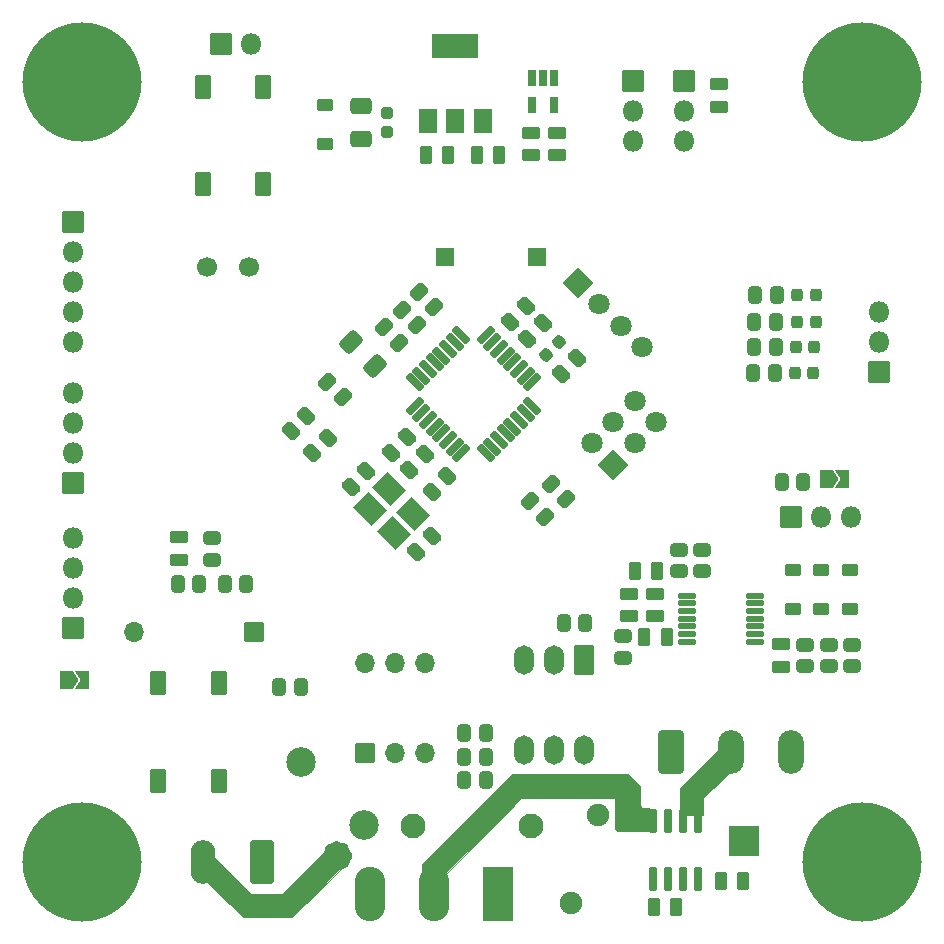
<source format=gbr>
G04 #@! TF.GenerationSoftware,KiCad,Pcbnew,5.99.0-unknown-fecb53b64f~142~ubuntu21.04.1*
G04 #@! TF.CreationDate,2021-10-23T16:59:13+04:00*
G04 #@! TF.ProjectId,BEEIRON v0.03,42454549-524f-44e2-9076-302e30332e6b,rev?*
G04 #@! TF.SameCoordinates,Original*
G04 #@! TF.FileFunction,Soldermask,Top*
G04 #@! TF.FilePolarity,Negative*
%FSLAX46Y46*%
G04 Gerber Fmt 4.6, Leading zero omitted, Abs format (unit mm)*
G04 Created by KiCad (PCBNEW 5.99.0-unknown-fecb53b64f~142~ubuntu21.04.1) date 2021-10-23 16:59:13*
%MOMM*%
%LPD*%
G01*
G04 APERTURE LIST*
G04 Aperture macros list*
%AMRoundRect*
0 Rectangle with rounded corners*
0 $1 Rounding radius*
0 $2 $3 $4 $5 $6 $7 $8 $9 X,Y pos of 4 corners*
0 Add a 4 corners polygon primitive as box body*
4,1,4,$2,$3,$4,$5,$6,$7,$8,$9,$2,$3,0*
0 Add four circle primitives for the rounded corners*
1,1,$1+$1,$2,$3*
1,1,$1+$1,$4,$5*
1,1,$1+$1,$6,$7*
1,1,$1+$1,$8,$9*
0 Add four rect primitives between the rounded corners*
20,1,$1+$1,$2,$3,$4,$5,0*
20,1,$1+$1,$4,$5,$6,$7,0*
20,1,$1+$1,$6,$7,$8,$9,0*
20,1,$1+$1,$8,$9,$2,$3,0*%
%AMHorizOval*
0 Thick line with rounded ends*
0 $1 width*
0 $2 $3 position (X,Y) of the first rounded end (center of the circle)*
0 $4 $5 position (X,Y) of the second rounded end (center of the circle)*
0 Add line between two ends*
20,1,$1,$2,$3,$4,$5,0*
0 Add two circle primitives to create the rounded ends*
1,1,$1,$2,$3*
1,1,$1,$4,$5*%
%AMFreePoly0*
4,1,16,0.535355,0.785355,0.541603,0.777735,1.041603,0.027735,1.049029,-0.009806,1.041603,-0.027735,0.541603,-0.777735,0.509806,-0.799029,0.500000,-0.800000,-0.500000,-0.800000,-0.535355,-0.785355,-0.550000,-0.750000,-0.550000,0.750000,-0.535355,0.785355,-0.500000,0.800000,0.500000,0.800000,0.535355,0.785355,0.535355,0.785355,$1*%
%AMFreePoly1*
4,1,16,0.535355,0.785355,0.550000,0.750000,0.550000,-0.750000,0.535355,-0.785355,0.500000,-0.800000,-0.650000,-0.800000,-0.685355,-0.785355,-0.700000,-0.750000,-0.691603,-0.722265,-0.210093,0.000000,-0.691603,0.722265,-0.699029,0.759806,-0.677735,0.791603,-0.650000,0.800000,0.500000,0.800000,0.535355,0.785355,0.535355,0.785355,$1*%
G04 Aperture macros list end*
%ADD10C,0.100000*%
%ADD11C,1.250000*%
%ADD12RoundRect,0.300000X-0.262500X-0.450000X0.262500X-0.450000X0.262500X0.450000X-0.262500X0.450000X0*%
%ADD13RoundRect,0.050000X0.750000X-1.000000X0.750000X1.000000X-0.750000X1.000000X-0.750000X-1.000000X0*%
%ADD14RoundRect,0.050000X1.900000X-1.000000X1.900000X1.000000X-1.900000X1.000000X-1.900000X-1.000000X0*%
%ADD15C,1.700000*%
%ADD16RoundRect,0.300000X0.250000X0.475000X-0.250000X0.475000X-0.250000X-0.475000X0.250000X-0.475000X0*%
%ADD17C,2.100000*%
%ADD18RoundRect,0.050000X0.850000X0.850000X-0.850000X0.850000X-0.850000X-0.850000X0.850000X-0.850000X0*%
%ADD19O,1.800000X1.800000*%
%ADD20RoundRect,0.300000X-0.450000X0.262500X-0.450000X-0.262500X0.450000X-0.262500X0.450000X0.262500X0*%
%ADD21RoundRect,0.300000X-0.475000X0.250000X-0.475000X-0.250000X0.475000X-0.250000X0.475000X0.250000X0*%
%ADD22RoundRect,0.200000X-0.150000X0.512500X-0.150000X-0.512500X0.150000X-0.512500X0.150000X0.512500X0*%
%ADD23RoundRect,0.050000X-0.600000X0.450000X-0.600000X-0.450000X0.600000X-0.450000X0.600000X0.450000X0*%
%ADD24RoundRect,0.050000X0.850000X-0.850000X0.850000X0.850000X-0.850000X0.850000X-0.850000X-0.850000X0*%
%ADD25RoundRect,0.300000X0.262500X0.450000X-0.262500X0.450000X-0.262500X-0.450000X0.262500X-0.450000X0*%
%ADD26RoundRect,0.050000X-0.850000X-0.850000X0.850000X-0.850000X0.850000X0.850000X-0.850000X0.850000X0*%
%ADD27RoundRect,0.050000X-0.750000X-0.750000X0.750000X-0.750000X0.750000X0.750000X-0.750000X0.750000X0*%
%ADD28C,1.000000*%
%ADD29C,10.100000*%
%ADD30C,2.500000*%
%ADD31HorizOval,2.500000X0.000000X0.000000X0.000000X0.000000X0*%
%ADD32RoundRect,0.050000X0.800000X-0.800000X0.800000X0.800000X-0.800000X0.800000X-0.800000X-0.800000X0*%
%ADD33O,1.700000X1.700000*%
%ADD34RoundRect,0.299999X-0.790001X-1.550001X0.790001X-1.550001X0.790001X1.550001X-0.790001X1.550001X0*%
%ADD35O,2.180000X3.700000*%
%ADD36RoundRect,0.050000X-1.250000X-1.250000X1.250000X-1.250000X1.250000X1.250000X-1.250000X1.250000X0*%
%ADD37RoundRect,0.300000X-0.503814X-0.132583X-0.132583X-0.503814X0.503814X0.132583X0.132583X0.503814X0*%
%ADD38RoundRect,0.050000X1.202082X0.000000X0.000000X1.202082X-1.202082X0.000000X0.000000X-1.202082X0*%
%ADD39HorizOval,1.800000X0.000000X0.000000X0.000000X0.000000X0*%
%ADD40RoundRect,0.300000X-0.159099X0.512652X-0.512652X0.159099X0.159099X-0.512652X0.512652X-0.159099X0*%
%ADD41RoundRect,0.268750X0.218750X0.256250X-0.218750X0.256250X-0.218750X-0.256250X0.218750X-0.256250X0*%
%ADD42RoundRect,0.300000X0.475000X-0.250000X0.475000X0.250000X-0.475000X0.250000X-0.475000X-0.250000X0*%
%ADD43RoundRect,0.300000X-0.625000X0.375000X-0.625000X-0.375000X0.625000X-0.375000X0.625000X0.375000X0*%
%ADD44FreePoly0,0.000000*%
%ADD45FreePoly1,0.000000*%
%ADD46RoundRect,0.050000X-0.371231X-0.760140X0.760140X0.371231X0.371231X0.760140X-0.760140X-0.371231X0*%
%ADD47RoundRect,0.050000X0.760140X-0.371231X-0.371231X0.760140X-0.760140X0.371231X0.371231X-0.760140X0*%
%ADD48RoundRect,0.268750X-0.256250X0.218750X-0.256250X-0.218750X0.256250X-0.218750X0.256250X0.218750X0*%
%ADD49RoundRect,0.300000X-0.250000X-0.475000X0.250000X-0.475000X0.250000X0.475000X-0.250000X0.475000X0*%
%ADD50RoundRect,0.300000X0.503814X0.132583X0.132583X0.503814X-0.503814X-0.132583X-0.132583X-0.503814X0*%
%ADD51RoundRect,0.050000X-0.800000X1.200000X-0.800000X-1.200000X0.800000X-1.200000X0.800000X1.200000X0*%
%ADD52O,1.700000X2.500000*%
%ADD53RoundRect,0.300000X0.159099X-0.512652X0.512652X-0.159099X-0.159099X0.512652X-0.512652X0.159099X0*%
%ADD54RoundRect,0.050000X1.250000X2.250000X-1.250000X2.250000X-1.250000X-2.250000X1.250000X-2.250000X0*%
%ADD55O,2.600000X4.600000*%
%ADD56RoundRect,0.050000X0.600000X0.950000X-0.600000X0.950000X-0.600000X-0.950000X0.600000X-0.950000X0*%
%ADD57RoundRect,0.300000X0.132583X-0.503814X0.503814X-0.132583X-0.132583X0.503814X-0.503814X0.132583X0*%
%ADD58RoundRect,0.050000X-1.378858X0.106066X0.106066X-1.378858X1.378858X-0.106066X-0.106066X1.378858X0*%
%ADD59RoundRect,0.268750X-0.026517X0.335876X-0.335876X0.026517X0.026517X-0.335876X0.335876X-0.026517X0*%
%ADD60RoundRect,0.300000X-0.707107X-0.176777X-0.176777X-0.707107X0.707107X0.176777X0.176777X0.707107X0*%
%ADD61RoundRect,0.200000X-0.150000X0.825000X-0.150000X-0.825000X0.150000X-0.825000X0.150000X0.825000X0*%
%ADD62RoundRect,0.300000X0.750000X1.550000X-0.750000X1.550000X-0.750000X-1.550000X0.750000X-1.550000X0*%
%ADD63O,2.100000X3.700000*%
%ADD64RoundRect,0.050000X0.800000X0.800000X-0.800000X0.800000X-0.800000X-0.800000X0.800000X-0.800000X0*%
%ADD65RoundRect,0.050000X-0.600000X-0.950000X0.600000X-0.950000X0.600000X0.950000X-0.600000X0.950000X0*%
%ADD66C,1.900000*%
%ADD67RoundRect,0.050000X0.000000X-1.202082X1.202082X0.000000X0.000000X1.202082X-1.202082X0.000000X0*%
%ADD68HorizOval,1.800000X0.000000X0.000000X0.000000X0.000000X0*%
%ADD69RoundRect,0.300000X0.450000X-0.262500X0.450000X0.262500X-0.450000X0.262500X-0.450000X-0.262500X0*%
%ADD70RoundRect,0.150000X-0.637500X-0.100000X0.637500X-0.100000X0.637500X0.100000X-0.637500X0.100000X0*%
G04 APERTURE END LIST*
D10*
X131000000Y-130500000D02*
X126800000Y-134700000D01*
X126800000Y-134700000D02*
X122621875Y-134700000D01*
X122621875Y-134700000D02*
X118600000Y-130800000D01*
X118600000Y-130800000D02*
X119900000Y-129300000D01*
X119900000Y-129300000D02*
X123300000Y-132700000D01*
X123300000Y-132700000D02*
X126000000Y-132700000D01*
X126000000Y-132700000D02*
X129600000Y-129100000D01*
X129600000Y-129100000D02*
X131000000Y-130500000D01*
G36*
X131000000Y-130500000D02*
G01*
X126800000Y-134700000D01*
X122621875Y-134700000D01*
X118600000Y-130800000D01*
X119900000Y-129300000D01*
X123300000Y-132700000D01*
X126000000Y-132700000D01*
X129600000Y-129100000D01*
X131000000Y-130500000D01*
G37*
X131000000Y-130500000D02*
X126800000Y-134700000D01*
X122621875Y-134700000D01*
X118600000Y-130800000D01*
X119900000Y-129300000D01*
X123300000Y-132700000D01*
X126000000Y-132700000D01*
X129600000Y-129100000D01*
X131000000Y-130500000D01*
X131800001Y-129600000D02*
G75*
G03*
X131800001Y-129600000I-1J0D01*
G01*
D11*
X131225000Y-129500000D02*
G75*
G03*
X131225000Y-129500000I-625000J0D01*
G01*
D10*
X156200000Y-123600000D02*
X156200000Y-125200000D01*
X156200000Y-125200000D02*
X156400000Y-125400000D01*
X156400000Y-125400000D02*
X157000000Y-125400000D01*
X157000000Y-125400000D02*
X157000000Y-127400000D01*
X157000000Y-127400000D02*
X154300000Y-127400000D01*
X154300000Y-127400000D02*
X154100000Y-127200000D01*
X154100000Y-127200000D02*
X154100000Y-124600000D01*
X154100000Y-124600000D02*
X146200000Y-124600000D01*
X146200000Y-124600000D02*
X144000000Y-126800000D01*
X144000000Y-126800000D02*
X141400000Y-129400000D01*
X141400000Y-129400000D02*
X139800000Y-131000000D01*
X139800000Y-131000000D02*
X139900000Y-133000000D01*
X139900000Y-133000000D02*
X137800000Y-133000000D01*
X137800000Y-133000000D02*
X137800000Y-130200000D01*
X137800000Y-130200000D02*
X141000000Y-127000000D01*
X141000000Y-127000000D02*
X143200000Y-124800000D01*
X143200000Y-124800000D02*
X145400000Y-122600000D01*
X145400000Y-122600000D02*
X155200000Y-122600000D01*
X155200000Y-122600000D02*
X156200000Y-123600000D01*
G36*
X156200000Y-123600000D02*
G01*
X156200000Y-125200000D01*
X156400000Y-125400000D01*
X157000000Y-125400000D01*
X157000000Y-127400000D01*
X154300000Y-127400000D01*
X154100000Y-127200000D01*
X154100000Y-124600000D01*
X146200000Y-124600000D01*
X139800000Y-131000000D01*
X139900000Y-133000000D01*
X137800000Y-133000000D01*
X137800000Y-130200000D01*
X145400000Y-122600000D01*
X155200000Y-122600000D01*
X156200000Y-123600000D01*
G37*
X156200000Y-123600000D02*
X156200000Y-125200000D01*
X156400000Y-125400000D01*
X157000000Y-125400000D01*
X157000000Y-127400000D01*
X154300000Y-127400000D01*
X154100000Y-127200000D01*
X154100000Y-124600000D01*
X146200000Y-124600000D01*
X139800000Y-131000000D01*
X139900000Y-133000000D01*
X137800000Y-133000000D01*
X137800000Y-130200000D01*
X145400000Y-122600000D01*
X155200000Y-122600000D01*
X156200000Y-123600000D01*
X164600000Y-121600000D02*
X161600000Y-124600000D01*
X161600000Y-124600000D02*
X161600000Y-126000000D01*
X161600000Y-126000000D02*
X159600000Y-126000000D01*
X159600000Y-126000000D02*
X159600000Y-123800000D01*
X159600000Y-123800000D02*
X163200000Y-120200000D01*
X163200000Y-120200000D02*
X164600000Y-121600000D01*
G36*
X164600000Y-121600000D02*
G01*
X161600000Y-124600000D01*
X161600000Y-126000000D01*
X159600000Y-126000000D01*
X159600000Y-123800000D01*
X163200000Y-120200000D01*
X164600000Y-121600000D01*
G37*
X164600000Y-121600000D02*
X161600000Y-124600000D01*
X161600000Y-126000000D01*
X159600000Y-126000000D01*
X159600000Y-123800000D01*
X163200000Y-120200000D01*
X164600000Y-121600000D01*
D12*
X117087500Y-106500000D03*
X118912500Y-106500000D03*
D13*
X138300000Y-67250000D03*
X140600000Y-67250000D03*
D14*
X140600000Y-60950000D03*
D13*
X142900000Y-67250000D03*
D15*
X119600000Y-79600000D03*
X123100000Y-79600000D03*
D16*
X140000000Y-70150000D03*
X138100000Y-70150000D03*
D17*
X137000000Y-127000000D03*
X147000000Y-127000000D03*
D18*
X176500000Y-88500000D03*
D19*
X176500000Y-85960000D03*
X176500000Y-83420000D03*
D12*
X165839107Y-88600000D03*
X167664107Y-88600000D03*
D20*
X120000000Y-102575000D03*
X120000000Y-104400000D03*
D12*
X121087500Y-106500000D03*
X122912500Y-106500000D03*
D20*
X174200000Y-111600000D03*
X174200000Y-113425000D03*
D21*
X149200000Y-68250000D03*
X149200000Y-70150000D03*
D22*
X148950000Y-63612500D03*
X148000000Y-63612500D03*
X147050000Y-63612500D03*
X147050000Y-65887500D03*
X148950000Y-65887500D03*
D23*
X171600000Y-105300000D03*
X171600000Y-108600000D03*
D24*
X169060000Y-100800000D03*
D19*
X171600000Y-100800000D03*
X174140000Y-100800000D03*
D25*
X151600000Y-109800000D03*
X149775000Y-109800000D03*
D26*
X160000000Y-63875000D03*
D19*
X160000000Y-66415000D03*
X160000000Y-68955000D03*
D24*
X120725000Y-60750000D03*
D19*
X123265000Y-60750000D03*
D27*
X139700000Y-78770227D03*
X147500000Y-78770227D03*
D28*
X177651650Y-66651650D03*
X175000000Y-60250000D03*
X172348350Y-61348350D03*
X178750000Y-64000000D03*
X171250000Y-64000000D03*
X172348350Y-66651650D03*
D29*
X175000000Y-64000000D03*
D28*
X177651650Y-61348350D03*
X175000000Y-67750000D03*
D21*
X155300000Y-107300000D03*
X155300000Y-109200000D03*
D30*
X127518056Y-121518056D03*
D31*
X132906210Y-126906210D03*
D21*
X147000000Y-68250000D03*
X147000000Y-70150000D03*
D26*
X155652393Y-63874870D03*
D19*
X155652393Y-66414870D03*
X155652393Y-68954870D03*
D32*
X132975000Y-120800000D03*
D33*
X135515000Y-120800000D03*
X138055000Y-120800000D03*
X138055000Y-113180000D03*
X135515000Y-113180000D03*
X132975000Y-113180000D03*
D12*
X165887500Y-86400000D03*
X167712500Y-86400000D03*
X141337500Y-121100000D03*
X143162500Y-121100000D03*
X168222500Y-97800000D03*
X170047500Y-97800000D03*
D34*
X158840000Y-120700000D03*
D35*
X163920000Y-120700000D03*
X169000000Y-120700000D03*
D36*
X165000000Y-128200000D03*
D23*
X169200000Y-105300000D03*
X169200000Y-108600000D03*
D16*
X158500000Y-111000000D03*
X156600000Y-111000000D03*
D37*
X136054765Y-83254765D03*
X137345235Y-84545235D03*
D38*
X153979773Y-96362329D03*
D39*
X152183722Y-94566278D03*
X155775824Y-94566278D03*
X153979773Y-92770227D03*
X157571875Y-92770227D03*
X155775824Y-90974175D03*
D40*
X138600000Y-102400000D03*
X137256498Y-103743502D03*
D21*
X162950000Y-64177195D03*
X162950000Y-66077195D03*
D16*
X157700000Y-105400000D03*
X155800000Y-105400000D03*
D12*
X165900000Y-84250000D03*
X167725000Y-84250000D03*
D41*
X171100000Y-84250000D03*
X169525000Y-84250000D03*
D42*
X157500000Y-109200000D03*
X157500000Y-107300000D03*
D43*
X132600000Y-66000000D03*
X132600000Y-68800000D03*
D12*
X165987500Y-82000000D03*
X167812500Y-82000000D03*
D37*
X129764295Y-89364295D03*
X131054765Y-90654765D03*
D44*
X107600000Y-114600000D03*
D45*
X109050000Y-114600000D03*
D28*
X106348350Y-61348350D03*
X112750000Y-64000000D03*
X106348350Y-66651650D03*
X109000000Y-67750000D03*
X111651650Y-66651650D03*
D29*
X109000000Y-64000000D03*
D28*
X105250000Y-64000000D03*
X111651650Y-61348350D03*
X109000000Y-60250000D03*
D46*
X137151346Y-91441800D03*
X137717032Y-92007485D03*
X138282717Y-92573171D03*
X138848402Y-93138856D03*
X139414088Y-93704542D03*
X139979773Y-94270227D03*
X140545459Y-94835912D03*
X141111144Y-95401598D03*
D47*
X143161754Y-95401598D03*
X143727439Y-94835912D03*
X144293125Y-94270227D03*
X144858810Y-93704542D03*
X145424496Y-93138856D03*
X145990181Y-92573171D03*
X146555866Y-92007485D03*
X147121552Y-91441800D03*
D46*
X147121552Y-89391190D03*
X146555866Y-88825505D03*
X145990181Y-88259819D03*
X145424496Y-87694134D03*
X144858810Y-87128448D03*
X144293125Y-86562763D03*
X143727439Y-85997078D03*
X143161754Y-85431392D03*
D47*
X141111144Y-85431392D03*
X140545459Y-85997078D03*
X139979773Y-86562763D03*
X139414088Y-87128448D03*
X138848402Y-87694134D03*
X138282717Y-88259819D03*
X137717032Y-88825505D03*
X137151346Y-89391190D03*
D48*
X134800000Y-66625000D03*
X134800000Y-68200000D03*
D49*
X142400000Y-70150000D03*
X144300000Y-70150000D03*
D21*
X168150000Y-111566616D03*
X168150000Y-113466616D03*
D50*
X148229773Y-100770227D03*
X146939303Y-99479757D03*
D16*
X159300000Y-133800000D03*
X157400000Y-133800000D03*
D49*
X163050000Y-131600000D03*
X164950000Y-131600000D03*
D40*
X136500000Y-94000000D03*
X135156498Y-95343502D03*
D44*
X172000000Y-97600000D03*
D45*
X173450000Y-97600000D03*
D51*
X151525000Y-112880000D03*
D52*
X148985000Y-112880000D03*
X146445000Y-112880000D03*
X146445000Y-120500000D03*
X148985000Y-120500000D03*
X151525000Y-120500000D03*
D20*
X161500000Y-103575000D03*
X161500000Y-105400000D03*
D53*
X146708022Y-85741978D03*
X148051524Y-84398476D03*
D54*
X144250000Y-132750000D03*
D55*
X138800000Y-132750000D03*
X133350000Y-132750000D03*
D18*
X108200000Y-110220000D03*
D19*
X108200000Y-107680000D03*
X108200000Y-105140000D03*
X108200000Y-102600000D03*
D41*
X171100000Y-82000000D03*
X169525000Y-82000000D03*
D37*
X137514295Y-81714295D03*
X138804765Y-83004765D03*
D56*
X119200410Y-72625580D03*
X124300410Y-72625580D03*
X119200410Y-64375580D03*
X124300410Y-64375580D03*
D57*
X126689303Y-93560697D03*
X127979773Y-92270227D03*
D58*
X133361522Y-100087868D03*
X135412132Y-102138478D03*
X137038478Y-100512132D03*
X134987868Y-98461522D03*
D28*
X175000000Y-126250000D03*
D29*
X175000000Y-130000000D03*
D28*
X172348350Y-132651650D03*
X175000000Y-133750000D03*
X171250000Y-130000000D03*
X172348350Y-127348350D03*
X178750000Y-130000000D03*
X177651650Y-132651650D03*
X177651650Y-127348350D03*
D59*
X149400000Y-86000000D03*
X148286306Y-87113694D03*
D41*
X171000000Y-86400000D03*
X169425000Y-86400000D03*
D23*
X174000000Y-105300000D03*
X174000000Y-108600000D03*
D60*
X131804765Y-86004765D03*
X133784663Y-87984663D03*
D18*
X108200000Y-97880000D03*
D19*
X108200000Y-95340000D03*
X108200000Y-92800000D03*
X108200000Y-90260000D03*
D61*
X161155000Y-126525000D03*
X159885000Y-126525000D03*
X158615000Y-126525000D03*
X157345000Y-126525000D03*
X157345000Y-131475000D03*
X158615000Y-131475000D03*
X159885000Y-131475000D03*
X161155000Y-131475000D03*
D40*
X138000000Y-95500000D03*
X136656498Y-96843502D03*
D62*
X124200000Y-130000000D03*
D63*
X119200000Y-130000000D03*
D20*
X159500000Y-103575000D03*
X159500000Y-105400000D03*
D12*
X141337500Y-119100000D03*
X143162500Y-119100000D03*
D53*
X145229773Y-84270227D03*
X146573275Y-82926725D03*
D37*
X134554765Y-84754765D03*
X135845235Y-86045235D03*
D12*
X125687500Y-115200000D03*
X127512500Y-115200000D03*
D57*
X138604765Y-98645235D03*
X139895235Y-97354765D03*
D64*
X123580000Y-110500000D03*
D33*
X113420000Y-110500000D03*
D12*
X141337500Y-123100000D03*
X143162500Y-123100000D03*
D65*
X120549590Y-114874420D03*
X115449590Y-114874420D03*
X120549590Y-123124420D03*
X115449590Y-123124420D03*
D20*
X170200000Y-111600000D03*
X170200000Y-113425000D03*
D41*
X170914107Y-88600000D03*
X169339107Y-88600000D03*
D20*
X172200000Y-111604116D03*
X172200000Y-113429116D03*
D26*
X108200000Y-75800000D03*
D19*
X108200000Y-78340000D03*
X108200000Y-80880000D03*
X108200000Y-83420000D03*
X108200000Y-85960000D03*
D28*
X112750000Y-130000000D03*
X106348350Y-127348350D03*
X109000000Y-126250000D03*
X109000000Y-133750000D03*
X106348350Y-132651650D03*
X111651650Y-127348350D03*
D29*
X109000000Y-130000000D03*
D28*
X111651650Y-132651650D03*
X105250000Y-130000000D03*
D66*
X150350000Y-133500000D03*
X152650000Y-126000000D03*
D23*
X129600000Y-65950000D03*
X129600000Y-69250000D03*
D21*
X117200000Y-102500000D03*
X117200000Y-104400000D03*
D53*
X131728249Y-98271751D03*
X133071751Y-96928249D03*
D57*
X128489303Y-95360697D03*
X129779773Y-94070227D03*
D50*
X149979773Y-99270227D03*
X148689303Y-97979757D03*
D67*
X151007898Y-81007898D03*
D68*
X152803949Y-82803949D03*
X154600000Y-84600000D03*
X156396052Y-86396052D03*
D69*
X154800000Y-112712500D03*
X154800000Y-110887500D03*
D70*
X160237500Y-107450000D03*
X160237500Y-108100000D03*
X160237500Y-108750000D03*
X160237500Y-109400000D03*
X160237500Y-110050000D03*
X160237500Y-110700000D03*
X160237500Y-111350000D03*
X165962500Y-111350000D03*
X165962500Y-110700000D03*
X165962500Y-110050000D03*
X165962500Y-109400000D03*
X165962500Y-108750000D03*
X165962500Y-108100000D03*
X165962500Y-107450000D03*
D53*
X149579773Y-88670227D03*
X150923275Y-87326725D03*
M02*

</source>
